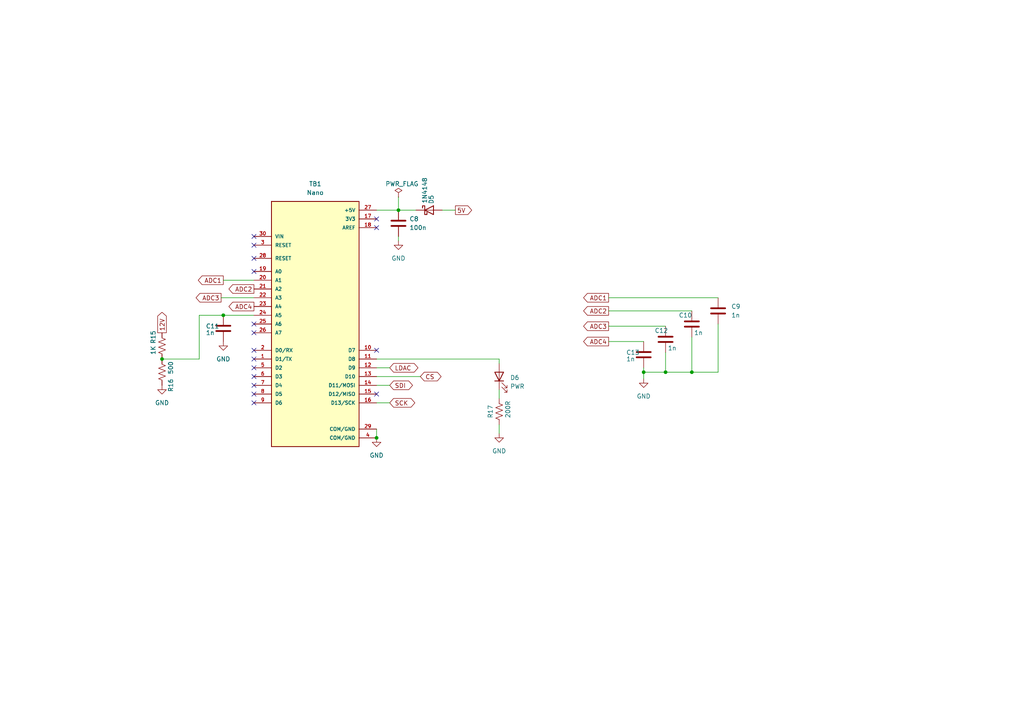
<source format=kicad_sch>
(kicad_sch (version 20211123) (generator eeschema)
  (paper "A4")
  (lib_symbols
    (symbol "Device:C" (pin_numbers hide) (pin_names (offset 0.254))
      (property "Reference" "C" (at 0.635 2.54 0))
      (property "Value" "C" (at 0.635 -2.54 0))
      (symbol "C_0_1"
        (polyline (pts (xy -2.032 -0.762) (xy 2.032 -0.762)) (stroke (width 0.508)))
        (polyline (pts (xy -2.032 0.762) (xy 2.032 0.762)) (stroke (width 0.508)))
      )
      (symbol "C_1_1"
        (pin passive line (at 0 3.81 270) (length 2.794) (name "~") (number "1"))
        (pin passive line (at 0 -3.81 90) (length 2.794) (name "~") (number "2"))
      )
    )
    (symbol "Device:LED" (pin_numbers hide) (pin_names (offset 1.016) hide)
      (property "Reference" "D" (at 0 2.54 0))
      (property "Value" "LED" (at 0 -2.54 0))
      (symbol "LED_0_1"
        (polyline (pts (xy -1.27 -1.27) (xy -1.27 1.27)) (stroke (width 0.254)))
        (polyline (pts (xy -1.27 0) (xy 1.27 0)))
        (polyline (pts (xy 1.27 -1.27) (xy 1.27 1.27) (xy -1.27 0) (xy 1.27 -1.27)) (stroke (width 0.254)))
        (polyline (pts (xy -3.048 -0.762) (xy -4.572 -2.286) (xy -3.81 -2.286) (xy -4.572 -2.286) (xy -4.572 -1.524)))
        (polyline (pts (xy -1.778 -0.762) (xy -3.302 -2.286) (xy -2.54 -2.286) (xy -3.302 -2.286) (xy -3.302 -1.524)))
      )
      (symbol "LED_1_1"
        (pin passive line (at -3.81 0 0) (length 2.54) (name "K") (number "1"))
        (pin passive line (at 3.81 0 180) (length 2.54) (name "A") (number "2"))
      )
    )
    (symbol "Device:R_US" (pin_numbers hide) (pin_names (offset 0))
      (property "Reference" "R" (at 2.54 0 90))
      (property "Value" "R_US" (at -2.54 0 90))
      (symbol "R_US_0_1"
        (polyline (pts (xy 0 -2.286) (xy 0 -2.54)))
        (polyline (pts (xy 0 2.286) (xy 0 2.54)))
        (polyline (pts (xy 0 -0.762) (xy 1.016 -1.143) (xy 0 -1.524) (xy -1.016 -1.905) (xy 0 -2.286)))
        (polyline (pts (xy 0 0.762) (xy 1.016 0.381) (xy 0 0) (xy -1.016 -0.381) (xy 0 -0.762)))
        (polyline (pts (xy 0 2.286) (xy 1.016 1.905) (xy 0 1.524) (xy -1.016 1.143) (xy 0 0.762)))
      )
      (symbol "R_US_1_1"
        (pin passive line (at 0 3.81 270) (length 1.27) (name "~") (number "1"))
        (pin passive line (at 0 -3.81 90) (length 1.27) (name "~") (number "2"))
      )
    )
    (symbol "Diode:1N5817" (pin_numbers hide) (pin_names (offset 1.016) hide)
      (property "Reference" "D" (at 0 2.54 0))
      (property "Value" "1N5817" (at 0 -2.54 0))
      (symbol "1N5817_0_1"
        (polyline (pts (xy 1.27 0) (xy -1.27 0)))
        (polyline (pts (xy 1.27 1.27) (xy 1.27 -1.27) (xy -1.27 0) (xy 1.27 1.27)) (stroke (width 0.254)))
        (polyline (pts (xy -1.905 0.635) (xy -1.905 1.27) (xy -1.27 1.27) (xy -1.27 -1.27) (xy -0.635 -1.27) (xy -0.635 -0.635)) (stroke (width 0.254)))
      )
      (symbol "1N5817_1_1"
        (pin passive line (at -3.81 0 0) (length 2.54) (name "K") (number "1"))
        (pin passive line (at 3.81 0 180) (length 2.54) (name "A") (number "2"))
      )
    )
    (symbol "Microcontrollers:ARDUINO_NANO" (pin_names (offset 1.016))
      (property "Reference" "TB" (at -12.7 35.56 0))
      (property "Value" "ARDUINO_NANO" (at -12.7 -38.1 0))
      (symbol "ARDUINO_NANO_0_0"
        (rectangle (start -12.7 -35.56) (end 12.7 35.56) (stroke (width 0.254)) (fill (type background)))
        (pin bidirectional line (at -17.78 -10.16 0) (length 5.08) (name "D1/TX") (number "1"))
        (pin bidirectional line (at 17.78 -7.62 180) (length 5.08) (name "D7") (number "10"))
        (pin bidirectional line (at 17.78 -10.16 180) (length 5.08) (name "D8") (number "11"))
        (pin bidirectional line (at 17.78 -12.7 180) (length 5.08) (name "D9") (number "12"))
        (pin bidirectional line (at 17.78 -15.24 180) (length 5.08) (name "D10") (number "13"))
        (pin bidirectional line (at 17.78 -17.78 180) (length 5.08) (name "D11/MOSI") (number "14"))
        (pin bidirectional line (at 17.78 -20.32 180) (length 5.08) (name "D12/MISO") (number "15"))
        (pin bidirectional line (at 17.78 -22.86 180) (length 5.08) (name "D13/SCK") (number "16"))
        (pin power_in line (at 17.78 30.48 180) (length 5.08) (name "3V3") (number "17"))
        (pin power_in line (at 17.78 27.94 180) (length 5.08) (name "AREF") (number "18"))
        (pin input line (at -17.78 15.24 0) (length 5.08) (name "A0") (number "19"))
        (pin bidirectional line (at -17.78 -7.62 0) (length 5.08) (name "D0/RX") (number "2"))
        (pin input line (at -17.78 12.7 0) (length 5.08) (name "A1") (number "20"))
        (pin input line (at -17.78 10.16 0) (length 5.08) (name "A2") (number "21"))
        (pin input line (at -17.78 7.62 0) (length 5.08) (name "A3") (number "22"))
        (pin input line (at -17.78 5.08 0) (length 5.08) (name "A4") (number "23"))
        (pin input line (at -17.78 2.54 0) (length 5.08) (name "A5") (number "24"))
        (pin input line (at -17.78 0 0) (length 5.08) (name "A6") (number "25"))
        (pin input line (at -17.78 -2.54 0) (length 5.08) (name "A7") (number "26"))
        (pin power_in line (at 17.78 33.02 180) (length 5.08) (name "+5V") (number "27"))
        (pin input line (at -17.78 19.05 0) (length 5.08) (name "RESET") (number "28"))
        (pin power_in line (at 17.78 -30.48 180) (length 5.08) (name "COM/GND") (number "29"))
        (pin input line (at -17.78 22.86 0) (length 5.08) (name "RESET") (number "3"))
        (pin input line (at -17.78 25.4 0) (length 5.08) (name "VIN") (number "30"))
        (pin power_in line (at 17.78 -33.02 180) (length 5.08) (name "COM/GND") (number "4"))
        (pin bidirectional line (at -17.78 -12.7 0) (length 5.08) (name "D2") (number "5"))
        (pin bidirectional line (at -17.78 -15.24 0) (length 5.08) (name "D3") (number "6"))
        (pin bidirectional line (at -17.78 -17.78 0) (length 5.08) (name "D4") (number "7"))
        (pin bidirectional line (at -17.78 -20.32 0) (length 5.08) (name "D5") (number "8"))
        (pin bidirectional line (at -17.78 -22.86 0) (length 5.08) (name "D6") (number "9"))
      )
    )
    (symbol "power:GND" (power) (pin_names (offset 0))
      (property "Value" "GND" (at 0 -3.81 0))
      (symbol "GND_0_1"
        (polyline (pts (xy 0 0) (xy 0 -1.27) (xy 1.27 -1.27) (xy 0 -2.54) (xy -1.27 -1.27) (xy 0 -1.27)))
      )
      (symbol "GND_1_1"
        (pin power_in line (at 0 0 270) (length 0) hide (name "GND") (number "1"))
      )
    )
    (symbol "power:PWR_FLAG" (power) (pin_numbers hide) (pin_names (offset 0) hide)
      (property "Value" "PWR_FLAG" (at 0 3.81 0))
      (symbol "PWR_FLAG_0_0"
        (pin power_out line (at 0 0 90) (length 0) (name "pwr") (number "1"))
      )
      (symbol "PWR_FLAG_0_1"
        (polyline (pts (xy 0 0) (xy 0 1.27) (xy -1.016 1.905) (xy 0 2.54) (xy 1.016 1.905) (xy 0 1.27)))
      )
    )
  )
  (junction (at 200.66 107.95))
  (junction (at 186.69 107.95))
  (junction (at 115.57 60.96))
  (junction (at 64.77 91.44))
  (junction (at 193.04 107.95))
  (junction (at 109.22 127))
  (junction (at 46.99 104.14))
  (no_connect (at 73.66 93.98))
  (no_connect (at 73.66 96.52))
  (no_connect (at 73.66 114.3))
  (no_connect (at 109.22 101.6))
  (no_connect (at 109.22 63.5))
  (no_connect (at 73.66 109.22))
  (no_connect (at 73.66 116.84))
  (no_connect (at 73.66 71.12))
  (no_connect (at 73.66 111.76))
  (no_connect (at 73.66 104.14))
  (no_connect (at 73.66 74.93))
  (no_connect (at 109.22 114.3))
  (no_connect (at 73.66 68.58))
  (no_connect (at 73.66 106.68))
  (no_connect (at 109.22 66.04))
  (no_connect (at 73.66 101.6))
  (no_connect (at 73.66 78.74))
  (wire (pts (xy 109.22 124.46) (xy 109.22 127)))
  (wire (pts (xy 144.78 123.19) (xy 144.78 125.73)))
  (wire (pts (xy 186.69 107.95) (xy 186.69 109.855)))
  (wire (pts (xy 73.66 91.44) (xy 64.77 91.44)))
  (wire (pts (xy 64.77 81.28) (xy 73.66 81.28)))
  (wire (pts (xy 57.785 91.44) (xy 57.785 104.14)))
  (wire (pts (xy 115.57 60.96) (xy 120.65 60.96)))
  (wire (pts (xy 176.53 99.06) (xy 186.69 99.06)))
  (wire (pts (xy 144.78 113.03) (xy 144.78 115.57)))
  (wire (pts (xy 176.53 94.615) (xy 193.04 94.615)))
  (wire (pts (xy 109.22 104.14) (xy 144.78 104.14)))
  (wire (pts (xy 186.69 107.95) (xy 193.04 107.95)))
  (wire (pts (xy 46.99 104.14) (xy 57.785 104.14)))
  (wire (pts (xy 186.69 106.68) (xy 186.69 107.95)))
  (wire (pts (xy 200.66 107.95) (xy 208.28 107.95)))
  (wire (pts (xy 193.04 102.235) (xy 193.04 107.95)))
  (wire (pts (xy 64.135 86.36) (xy 73.66 86.36)))
  (wire (pts (xy 121.92 109.22) (xy 109.22 109.22)))
  (wire (pts (xy 176.53 86.36) (xy 208.28 86.36)))
  (wire (pts (xy 115.57 68.58) (xy 115.57 69.85)))
  (wire (pts (xy 115.57 57.15) (xy 115.57 60.96)))
  (wire (pts (xy 113.03 116.84) (xy 109.22 116.84)))
  (wire (pts (xy 208.28 93.98) (xy 208.28 107.95)))
  (wire (pts (xy 128.27 60.96) (xy 132.08 60.96)))
  (wire (pts (xy 176.53 90.17) (xy 200.66 90.17)))
  (wire (pts (xy 193.04 107.95) (xy 200.66 107.95)))
  (wire (pts (xy 144.78 104.14) (xy 144.78 105.41)))
  (wire (pts (xy 64.77 91.44) (xy 57.785 91.44)))
  (wire (pts (xy 113.03 106.68) (xy 109.22 106.68)))
  (wire (pts (xy 113.03 111.76) (xy 109.22 111.76)))
  (wire (pts (xy 200.66 97.79) (xy 200.66 107.95)))
  (wire (pts (xy 109.22 60.96) (xy 115.57 60.96)))
  (global_label "ADC3" (shape output) (at 64.135 86.36 180) (property "Intersheet References" "${INTERSHEET_REFS}" (effects hide)))
  (global_label "ADC1" (shape output) (at 64.77 81.28 180) (property "Intersheet References" "${INTERSHEET_REFS}" (effects hide)))
  (global_label "ADC1" (shape output) (at 176.53 86.36 180) (property "Intersheet References" "${INTERSHEET_REFS}" (effects hide)))
  (global_label "12V" (shape output) (at 46.99 96.52 90) (property "Intersheet References" "${INTERSHEET_REFS}" (effects hide)))
  (global_label "CS" (shape bidirectional) (at 121.92 109.22 0) (property "Intersheet References" "${INTERSHEET_REFS}" (effects hide)))
  (global_label "SDI" (shape bidirectional) (at 113.03 111.76 0) (property "Intersheet References" "${INTERSHEET_REFS}" (effects hide)))
  (global_label "ADC2" (shape output) (at 176.53 90.17 180) (property "Intersheet References" "${INTERSHEET_REFS}" (effects hide)))
  (global_label "ADC3" (shape output) (at 176.53 94.615 180) (property "Intersheet References" "${INTERSHEET_REFS}" (effects hide)))
  (global_label "5V" (shape output) (at 132.08 60.96 0) (property "Intersheet References" "${INTERSHEET_REFS}" (effects hide)))
  (global_label "SCK" (shape bidirectional) (at 113.03 116.84 0) (property "Intersheet References" "${INTERSHEET_REFS}" (effects hide)))
  (global_label "ADC4" (shape output) (at 176.53 99.06 180) (property "Intersheet References" "${INTERSHEET_REFS}" (effects hide)))
  (global_label "ADC2" (shape output) (at 73.66 83.82 180) (property "Intersheet References" "${INTERSHEET_REFS}" (effects hide)))
  (global_label "LDAC" (shape bidirectional) (at 113.03 106.68 0) (property "Intersheet References" "${INTERSHEET_REFS}" (effects hide)))
  (global_label "ADC4" (shape output) (at 73.66 88.9 180) (property "Intersheet References" "${INTERSHEET_REFS}" (effects hide)))
  (symbol (lib_id "power:GND") (at 115.57 69.85 0) (unit 1)
    (property "Reference" "#PWR022" (effects hide))
    (property "Value" "GND" (at 115.57 74.93 0))
  )
  (symbol (lib_id "power:GND") (at 144.78 125.73 0) (unit 1)
    (property "Reference" "#PWR026" (effects hide))
    (property "Value" "GND" (at 144.78 130.81 0))
  )
  (symbol (lib_id "Microcontrollers:ARDUINO_NANO") (at 91.44 93.98 0) (unit 1)
    (property "Reference" "TB1" (at 91.44 53.34 0))
    (property "Value" "Nano" (at 91.44 55.88 0))
    (property "Footprint" "Microcontrollers:SHIELD_ARDUINO_NANO" (effects hide))
    (property "STANDARD" "Manufacturer Recommendations" (effects hide))
    (property "MANUFACTURER" "ARDUINO" (effects hide))
  )
  (symbol (lib_id "power:GND") (at 46.99 111.76 0) (unit 1)
    (property "Reference" "#PWR025" (effects hide))
    (property "Value" "GND" (at 46.99 116.84 0))
  )
  (symbol (lib_id "Device:LED") (at 144.78 109.22 90) (unit 1)
    (property "Reference" "D6" (at 147.955 109.5374 90) (effects (justify right)))
    (property "Value" "PWR" (at 147.955 112.0774 90) (effects (justify right)))
    (property "Footprint" "LED_THT:LED_D3.0mm" (effects hide))
  )
  (symbol (lib_id "Diode:1N5817") (at 124.46 60.96 0) (unit 1)
    (property "Reference" "D5" (at 125.095 56.515 90) (effects (justify right)))
    (property "Value" "1N4148" (at 123.19 51.435 90) (effects (justify right)))
    (property "Footprint" "Diode_THT:D_DO-41_SOD81_P10.16mm_Horizontal" (effects hide))
    (property "Datasheet" "http://www.vishay.com/docs/88525/1n5817.pdf" (effects hide))
  )
  (symbol (lib_id "power:PWR_FLAG") (at 115.57 57.15 0) (unit 1)
    (property "Reference" "#FLG0101" (effects hide))
    (property "Value" "PWR_FLAG" (at 111.76 53.34 0) (effects (justify left)))
  )
  (symbol (lib_id "Device:C") (at 193.04 98.425 0) (unit 1)
    (property "Reference" "C12" (at 189.865 95.885 0) (effects (justify left)))
    (property "Value" "1n" (at 193.675 100.965 0) (effects (justify left)))
    (property "Footprint" "Capacitor_SMD:C_1206_3216Metric" (effects hide))
  )
  (symbol (lib_id "power:GND") (at 109.22 127 0) (unit 1)
    (property "Reference" "#PWR027" (effects hide))
    (property "Value" "GND" (at 109.22 132.08 0))
  )
  (symbol (lib_id "Device:R_US") (at 144.78 119.38 180) (unit 1)
    (property "Reference" "R17" (at 142.24 119.38 90))
    (property "Value" "200R" (at 147.32 118.745 90))
    (property "Footprint" "Resistor_SMD:R_1206_3216Metric_Pad1.30x1.75mm_HandSolder" (effects hide))
  )
  (symbol (lib_id "Device:C") (at 208.28 90.17 0) (unit 1)
    (property "Reference" "C9" (at 212.09 88.8999 0) (effects (justify left)))
    (property "Value" "1n" (at 212.09 91.4399 0) (effects (justify left)))
    (property "Footprint" "Capacitor_SMD:C_1206_3216Metric" (effects hide))
  )
  (symbol (lib_id "Device:C") (at 200.66 93.98 0) (unit 1)
    (property "Reference" "C10" (at 196.85 91.44 0) (effects (justify left)))
    (property "Value" "1n" (at 201.295 96.52 0) (effects (justify left)))
    (property "Footprint" "Capacitor_SMD:C_1206_3216Metric" (effects hide))
  )
  (symbol (lib_id "Device:C") (at 115.57 64.77 0) (unit 1)
    (property "Reference" "C8" (at 118.745 63.4999 0) (effects (justify left)))
    (property "Value" "100n" (at 118.745 66.0399 0) (effects (justify left)))
    (property "Footprint" "Capacitor_SMD:C_1206_3216Metric" (effects hide))
  )
  (symbol (lib_id "Device:R_US") (at 46.99 107.95 0) (unit 1)
    (property "Reference" "R16" (at 49.53 111.76 90))
    (property "Value" "500" (at 49.53 106.68 90))
    (property "Footprint" "Resistor_SMD:R_1206_3216Metric" (effects hide))
  )
  (symbol (lib_id "power:GND") (at 186.69 109.855 0) (unit 1)
    (property "Reference" "#PWR024" (effects hide))
    (property "Value" "GND" (at 186.69 114.935 0))
  )
  (symbol (lib_id "power:GND") (at 64.77 99.06 0) (unit 1)
    (property "Reference" "#PWR023" (effects hide))
    (property "Value" "GND" (at 64.77 104.14 0))
  )
  (symbol (lib_id "Device:C") (at 64.77 95.25 0) (unit 1)
    (property "Reference" "C11" (at 59.69 94.615 0) (effects (justify left)))
    (property "Value" "1n" (at 59.69 96.52 0) (effects (justify left)))
    (property "Footprint" "Capacitor_SMD:C_1206_3216Metric" (effects hide))
  )
  (symbol (lib_id "Device:R_US") (at 46.99 100.33 180) (unit 1)
    (property "Reference" "R15" (at 44.45 97.79 90))
    (property "Value" "1K" (at 44.45 101.6 90))
    (property "Footprint" "Resistor_SMD:R_1206_3216Metric" (effects hide))
  )
  (symbol (lib_id "Device:C") (at 186.69 102.87 0) (unit 1)
    (property "Reference" "C13" (at 181.61 102.235 0) (effects (justify left)))
    (property "Value" "1n" (at 181.61 104.14 0) (effects (justify left)))
    (property "Footprint" "Capacitor_SMD:C_1206_3216Metric" (effects hide))
  )
)
</source>
